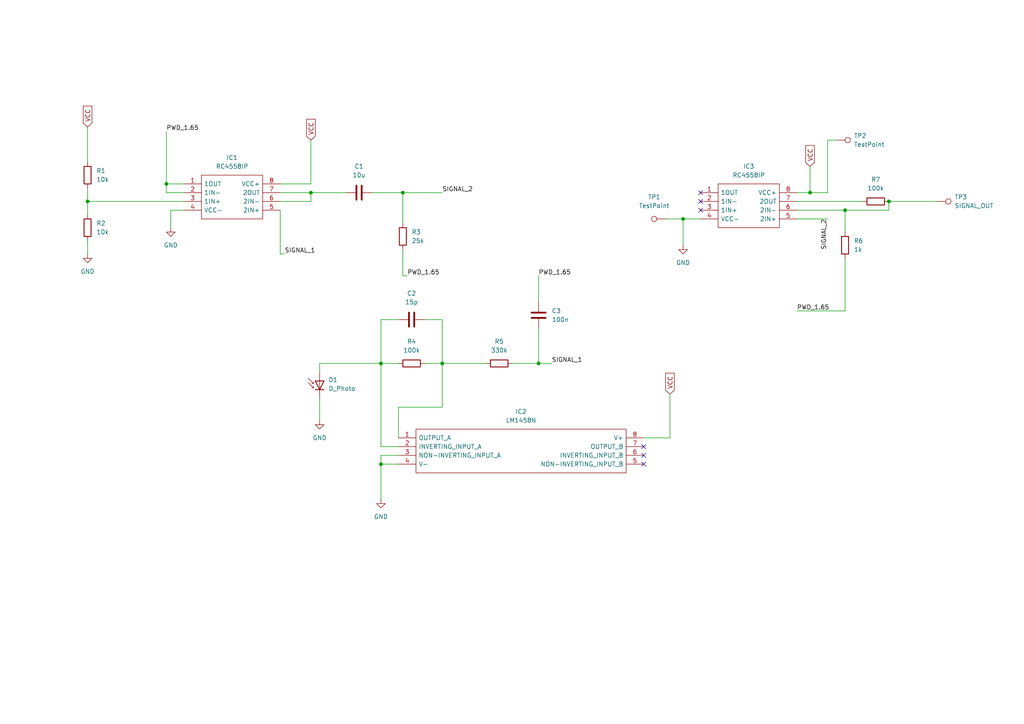
<source format=kicad_sch>
(kicad_sch (version 20211123) (generator eeschema)
  (paper "A4")
  (lib_symbols
    (symbol "Connector:TestPoint" (pin_numbers hide) (pin_names (offset 0.762) hide)
      (property "Reference" "TP" (at 0 6.858 0))
      (property "Value" "TestPoint" (at 0 5.08 0))
      (symbol "TestPoint_0_1"
        (circle (center 0 3.302) (radius 0.762))
      )
      (symbol "TestPoint_1_1"
        (pin passive line (at 0 0 90) (length 2.54) (name "1") (number "1"))
      )
    )
    (symbol "Device:C" (pin_numbers hide) (pin_names (offset 0.254))
      (property "Reference" "C" (at 0.635 2.54 0))
      (property "Value" "C" (at 0.635 -2.54 0))
      (symbol "C_0_1"
        (polyline (pts (xy -2.032 -0.762) (xy 2.032 -0.762)) (stroke (width 0.508)))
        (polyline (pts (xy -2.032 0.762) (xy 2.032 0.762)) (stroke (width 0.508)))
      )
      (symbol "C_1_1"
        (pin passive line (at 0 3.81 270) (length 2.794) (name "~") (number "1"))
        (pin passive line (at 0 -3.81 90) (length 2.794) (name "~") (number "2"))
      )
    )
    (symbol "Device:D_Photo" (pin_numbers hide) (pin_names hide)
      (property "Reference" "D" (at 0.508 1.778 0))
      (property "Value" "D_Photo" (at -1.016 -2.794 0))
      (symbol "D_Photo_0_1"
        (polyline (pts (xy -2.54 1.27) (xy -2.54 -1.27)) (stroke (width 0.254)))
        (polyline (pts (xy -2.032 1.778) (xy -1.524 1.778)))
        (polyline (pts (xy 0 0) (xy -2.54 0)))
        (polyline (pts (xy -0.508 3.302) (xy -2.032 1.778) (xy -2.032 2.286)))
        (polyline (pts (xy 0 -1.27) (xy 0 1.27) (xy -2.54 0) (xy 0 -1.27)) (stroke (width 0.254)))
        (polyline (pts (xy 0.762 3.302) (xy -0.762 1.778) (xy -0.762 2.286) (xy -0.762 1.778) (xy -0.254 1.778)))
      )
      (symbol "D_Photo_1_1"
        (pin passive line (at -5.08 0 0) (length 2.54) (name "K") (number "1"))
        (pin passive line (at 2.54 0 180) (length 2.54) (name "A") (number "2"))
      )
    )
    (symbol "Device:R" (pin_numbers hide) (pin_names (offset 0))
      (property "Reference" "R" (at 2.032 0 90))
      (property "Value" "R" (at 0 0 90))
      (symbol "R_0_1"
        (rectangle (start -1.016 -2.54) (end 1.016 2.54) (stroke (width 0.254)))
      )
      (symbol "R_1_1"
        (pin passive line (at 0 3.81 270) (length 1.27) (name "~") (number "1"))
        (pin passive line (at 0 -3.81 90) (length 1.27) (name "~") (number "2"))
      )
    )
    (symbol "LM1458N:LM1458N" (pin_names (offset 0.762))
      (property "Reference" "IC" (at 67.31 7.62 0))
      (property "Value" "LM1458N" (at 67.31 5.08 0))
      (symbol "LM1458N_0_0"
        (pin passive line (at 0 0 0) (length 5.08) (name "OUTPUT_A") (number "1"))
        (pin passive line (at 0 -2.54 0) (length 5.08) (name "INVERTING_INPUT_A") (number "2"))
        (pin passive line (at 0 -5.08 0) (length 5.08) (name "NON-INVERTING_INPUT_A") (number "3"))
        (pin passive line (at 0 -7.62 0) (length 5.08) (name "V-") (number "4"))
        (pin passive line (at 71.12 -7.62 180) (length 5.08) (name "NON-INVERTING_INPUT_B") (number "5"))
        (pin passive line (at 71.12 -5.08 180) (length 5.08) (name "INVERTING_INPUT_B") (number "6"))
        (pin passive line (at 71.12 -2.54 180) (length 5.08) (name "OUTPUT_B") (number "7"))
        (pin passive line (at 71.12 0 180) (length 5.08) (name "V+") (number "8"))
      )
      (symbol "LM1458N_0_1"
        (polyline (pts (xy 5.08 2.54) (xy 66.04 2.54) (xy 66.04 -10.16) (xy 5.08 -10.16) (xy 5.08 2.54)) (stroke (width 0.1524)))
      )
    )
    (symbol "RC4558IP:RC4558IP" (pin_names (offset 0.762))
      (property "Reference" "IC" (at 24.13 7.62 0))
      (property "Value" "RC4558IP" (at 24.13 5.08 0))
      (symbol "RC4558IP_0_0"
        (pin passive line (at 0 0 0) (length 5.08) (name "1OUT") (number "1"))
        (pin passive line (at 0 -2.54 0) (length 5.08) (name "1IN-") (number "2"))
        (pin passive line (at 0 -5.08 0) (length 5.08) (name "1IN+") (number "3"))
        (pin passive line (at 0 -7.62 0) (length 5.08) (name "VCC-") (number "4"))
        (pin passive line (at 27.94 -7.62 180) (length 5.08) (name "2IN+") (number "5"))
        (pin passive line (at 27.94 -5.08 180) (length 5.08) (name "2IN-") (number "6"))
        (pin passive line (at 27.94 -2.54 180) (length 5.08) (name "2OUT") (number "7"))
        (pin passive line (at 27.94 0 180) (length 5.08) (name "VCC+") (number "8"))
      )
      (symbol "RC4558IP_0_1"
        (polyline (pts (xy 5.08 2.54) (xy 22.86 2.54) (xy 22.86 -10.16) (xy 5.08 -10.16) (xy 5.08 2.54)) (stroke (width 0.1524)))
      )
    )
    (symbol "power:GND" (power) (pin_names (offset 0))
      (property "Value" "GND" (at 0 -3.81 0))
      (symbol "GND_0_1"
        (polyline (pts (xy 0 0) (xy 0 -1.27) (xy 1.27 -1.27) (xy 0 -2.54) (xy -1.27 -1.27) (xy 0 -1.27)))
      )
      (symbol "GND_1_1"
        (pin power_in line (at 0 0 270) (length 0) hide (name "GND") (number "1"))
      )
    )
  )
  (junction (at 116.84 55.88))
  (junction (at 110.49 105.41))
  (junction (at 234.95 55.88))
  (junction (at 245.11 60.96))
  (junction (at 198.12 63.5))
  (junction (at 128.27 105.41))
  (junction (at 156.21 105.41))
  (junction (at 48.26 53.34))
  (junction (at 25.4 58.42))
  (junction (at 90.17 55.88))
  (junction (at 257.81 58.42))
  (junction (at 110.49 134.62))
  (no_connect (at 186.69 129.54))
  (no_connect (at 186.69 134.62))
  (no_connect (at 186.69 132.08))
  (no_connect (at 203.2 55.88))
  (no_connect (at 203.2 58.42))
  (no_connect (at 203.2 60.96))
  (wire (pts (xy 231.14 55.88) (xy 234.95 55.88)))
  (wire (pts (xy 257.81 58.42) (xy 271.78 58.42)))
  (wire (pts (xy 245.11 60.96) (xy 245.11 67.31)))
  (wire (pts (xy 116.84 80.01) (xy 118.11 80.01)))
  (wire (pts (xy 90.17 55.88) (xy 100.33 55.88)))
  (wire (pts (xy 123.19 92.71) (xy 128.27 92.71)))
  (wire (pts (xy 25.4 36.83) (xy 25.4 46.99)))
  (wire (pts (xy 203.2 63.5) (xy 198.12 63.5)))
  (wire (pts (xy 49.53 60.96) (xy 53.34 60.96)))
  (wire (pts (xy 81.28 73.66) (xy 82.55 73.66)))
  (wire (pts (xy 115.57 105.41) (xy 110.49 105.41)))
  (wire (pts (xy 115.57 118.11) (xy 128.27 118.11)))
  (wire (pts (xy 107.95 55.88) (xy 116.84 55.88)))
  (wire (pts (xy 90.17 55.88) (xy 90.17 58.42)))
  (wire (pts (xy 240.03 40.64) (xy 240.03 55.88)))
  (wire (pts (xy 193.04 63.5) (xy 198.12 63.5)))
  (wire (pts (xy 231.14 63.5) (xy 240.03 63.5)))
  (wire (pts (xy 128.27 105.41) (xy 128.27 118.11)))
  (wire (pts (xy 110.49 134.62) (xy 115.57 134.62)))
  (wire (pts (xy 110.49 134.62) (xy 110.49 144.78)))
  (wire (pts (xy 245.11 60.96) (xy 257.81 60.96)))
  (wire (pts (xy 25.4 69.85) (xy 25.4 73.66)))
  (wire (pts (xy 128.27 105.41) (xy 128.27 92.71)))
  (wire (pts (xy 234.95 55.88) (xy 234.95 48.26)))
  (wire (pts (xy 92.71 105.41) (xy 110.49 105.41)))
  (wire (pts (xy 156.21 105.41) (xy 160.02 105.41)))
  (wire (pts (xy 49.53 60.96) (xy 49.53 66.04)))
  (wire (pts (xy 115.57 132.08) (xy 110.49 132.08)))
  (wire (pts (xy 245.11 90.17) (xy 245.11 74.93)))
  (wire (pts (xy 92.71 107.95) (xy 92.71 105.41)))
  (wire (pts (xy 110.49 105.41) (xy 110.49 92.71)))
  (wire (pts (xy 231.14 58.42) (xy 250.19 58.42)))
  (wire (pts (xy 48.26 53.34) (xy 48.26 55.88)))
  (wire (pts (xy 186.69 127) (xy 194.31 127)))
  (wire (pts (xy 92.71 115.57) (xy 92.71 121.92)))
  (wire (pts (xy 115.57 127) (xy 115.57 118.11)))
  (wire (pts (xy 81.28 53.34) (xy 90.17 53.34)))
  (wire (pts (xy 53.34 55.88) (xy 48.26 55.88)))
  (wire (pts (xy 81.28 55.88) (xy 90.17 55.88)))
  (wire (pts (xy 110.49 105.41) (xy 110.49 129.54)))
  (wire (pts (xy 25.4 54.61) (xy 25.4 58.42)))
  (wire (pts (xy 156.21 95.25) (xy 156.21 105.41)))
  (wire (pts (xy 116.84 72.39) (xy 116.84 80.01)))
  (wire (pts (xy 128.27 105.41) (xy 140.97 105.41)))
  (wire (pts (xy 116.84 55.88) (xy 116.84 64.77)))
  (wire (pts (xy 194.31 127) (xy 194.31 114.3)))
  (wire (pts (xy 90.17 53.34) (xy 90.17 40.64)))
  (wire (pts (xy 148.59 105.41) (xy 156.21 105.41)))
  (wire (pts (xy 234.95 55.88) (xy 240.03 55.88)))
  (wire (pts (xy 90.17 58.42) (xy 81.28 58.42)))
  (wire (pts (xy 123.19 105.41) (xy 128.27 105.41)))
  (wire (pts (xy 25.4 58.42) (xy 25.4 62.23)))
  (wire (pts (xy 116.84 55.88) (xy 128.27 55.88)))
  (wire (pts (xy 156.21 80.01) (xy 156.21 87.63)))
  (wire (pts (xy 25.4 58.42) (xy 53.34 58.42)))
  (wire (pts (xy 81.28 60.96) (xy 81.28 73.66)))
  (wire (pts (xy 48.26 53.34) (xy 53.34 53.34)))
  (wire (pts (xy 110.49 92.71) (xy 115.57 92.71)))
  (wire (pts (xy 110.49 132.08) (xy 110.49 134.62)))
  (wire (pts (xy 198.12 63.5) (xy 198.12 71.12)))
  (wire (pts (xy 242.57 40.64) (xy 240.03 40.64)))
  (wire (pts (xy 231.14 90.17) (xy 245.11 90.17)))
  (wire (pts (xy 110.49 129.54) (xy 115.57 129.54)))
  (wire (pts (xy 48.26 38.1) (xy 48.26 53.34)))
  (wire (pts (xy 231.14 60.96) (xy 245.11 60.96)))
  (wire (pts (xy 257.81 60.96) (xy 257.81 58.42)))
  (label "PWD_1.65" (at 231.14 90.17 0))
  (label "PWD_1.65" (at 118.11 80.01 0))
  (label "SIGNAL_2" (at 240.03 63.5 270))
  (label "SIGNAL_1" (at 160.02 105.41 0))
  (label "SIGNAL_2" (at 128.27 55.88 0))
  (label "PWD_1.65" (at 156.21 80.01 0))
  (label "PWD_1.65" (at 48.26 38.1 0))
  (label "SIGNAL_1" (at 82.55 73.66 0))
  (global_label "VCC" (shape input) (at 25.4 36.83 90) (property "Referencias entre hojas" "${INTERSHEET_REFS}" (effects hide)))
  (global_label "VCC" (shape input) (at 90.17 40.64 90) (property "Referencias entre hojas" "${INTERSHEET_REFS}" (effects hide)))
  (global_label "VCC" (shape input) (at 194.31 114.3 90) (property "Referencias entre hojas" "${INTERSHEET_REFS}" (effects hide)))
  (global_label "VCC" (shape input) (at 234.95 48.26 90) (property "Referencias entre hojas" "${INTERSHEET_REFS}" (effects hide)))
  (symbol (lib_id "Connector:TestPoint") (at 242.57 40.64 270) (unit 1)
    (property "Reference" "TP2" (at 247.65 39.3699 90) (effects (justify left)))
    (property "Value" "TestPoint" (at 247.65 41.9099 90) (effects (justify left)))
    (property "Footprint" "TestPoint:TestPoint_Keystone_5015_Micro-Minature" (effects hide))
  )
  (symbol (lib_id "Device:R") (at 245.11 71.12 0) (unit 1)
    (property "Reference" "R6" (at 247.65 69.8499 0) (effects (justify left)))
    (property "Value" "1k" (at 247.65 72.3899 0) (effects (justify left)))
    (property "Footprint" "Resistor_THT:R_Axial_DIN0204_L3.6mm_D1.6mm_P7.62mm_Horizontal" (effects hide))
  )
  (symbol (lib_id "power:GND") (at 25.4 73.66 0) (unit 1)
    (property "Reference" "#PWR01" (effects hide))
    (property "Value" "GND" (at 25.4 78.74 0))
  )
  (symbol (lib_id "Connector:TestPoint") (at 271.78 58.42 270) (unit 1)
    (property "Reference" "TP3" (at 276.86 57.1499 90) (effects (justify left)))
    (property "Value" "SIGNAL_OUT" (at 276.86 59.6899 90) (effects (justify left)))
    (property "Footprint" "TestPoint:TestPoint_Keystone_5015_Micro-Minature" (effects hide))
  )
  (symbol (lib_id "power:GND") (at 110.49 144.78 0) (unit 1)
    (property "Reference" "#PWR04" (effects hide))
    (property "Value" "GND" (at 110.49 149.86 0))
  )
  (symbol (lib_id "Device:C") (at 104.14 55.88 90) (unit 1)
    (property "Reference" "C1" (at 104.14 48.26 90))
    (property "Value" "10u" (at 104.14 50.8 90))
    (property "Footprint" "Capacitor_THT:CP_Radial_Tantal_D7.0mm_P5.00mm" (effects hide))
  )
  (symbol (lib_id "Device:R") (at 25.4 50.8 0) (unit 1)
    (property "Reference" "R1" (at 27.94 49.5299 0) (effects (justify left)))
    (property "Value" "10k" (at 27.94 52.0699 0) (effects (justify left)))
    (property "Footprint" "Resistor_THT:R_Axial_DIN0204_L3.6mm_D1.6mm_P7.62mm_Horizontal" (effects hide))
  )
  (symbol (lib_id "Device:R") (at 116.84 68.58 0) (unit 1)
    (property "Reference" "R3" (at 119.38 67.3099 0) (effects (justify left)))
    (property "Value" "25k" (at 119.38 69.8499 0) (effects (justify left)))
    (property "Footprint" "Resistor_THT:R_Axial_DIN0204_L3.6mm_D1.6mm_P7.62mm_Horizontal" (effects hide))
  )
  (symbol (lib_id "power:GND") (at 198.12 71.12 0) (unit 1)
    (property "Reference" "#PWR05" (effects hide))
    (property "Value" "GND" (at 198.12 76.2 0))
  )
  (symbol (lib_id "Device:C") (at 119.38 92.71 90) (unit 1)
    (property "Reference" "C2" (at 119.38 85.09 90))
    (property "Value" "15p" (at 119.38 87.63 90))
    (property "Footprint" "Capacitor_THT:CP_Radial_D8.0mm_P3.80mm" (effects hide))
  )
  (symbol (lib_id "Device:C") (at 156.21 91.44 180) (unit 1)
    (property "Reference" "C3" (at 160.02 90.1699 0) (effects (justify right)))
    (property "Value" "100n" (at 160.02 92.7099 0) (effects (justify right)))
    (property "Footprint" "Capacitor_THT:CP_Radial_Tantal_D7.0mm_P5.00mm" (effects hide))
  )
  (symbol (lib_id "Device:R") (at 144.78 105.41 270) (unit 1)
    (property "Reference" "R5" (at 144.78 99.06 90))
    (property "Value" "330k" (at 144.78 101.6 90))
    (property "Footprint" "Resistor_THT:R_Axial_DIN0204_L3.6mm_D1.6mm_P7.62mm_Horizontal" (effects hide))
  )
  (symbol (lib_id "RC4558IP:RC4558IP") (at 53.34 53.34 0) (unit 1)
    (property "Reference" "IC1" (at 67.31 45.72 0))
    (property "Value" "RC4558IP" (at 67.31 48.26 0))
    (property "Footprint" "Custom:DIP794W53P254L959H508Q8N" (effects hide))
    (property "Datasheet" "http://www.ti.com/lit/gpn/rc4558" (effects hide))
    (property "Description" "Texas Instruments RC4558IP, Dual Op Amp, 3MHz, 8-Pin PDIP" (effects hide))
    (property "Height" "5.08" (effects hide))
    (property "Manufacturer_Name" "Texas Instruments" (effects hide))
    (property "Manufacturer_Part_Number" "RC4558IP" (effects hide))
    (property "Mouser Part Number" "595-RC4558IP" (effects hide))
    (property "Mouser Price/Stock" "https://www.mouser.co.uk/ProductDetail/Texas-Instruments/RC4558IP?qs=sSOk4GDDv7zXw9S8NJTfqw%3D%3D" (effects hide))
    (property "Arrow Part Number" "RC4558IP" (effects hide))
    (property "Arrow Price/Stock" "https://www.arrow.com/en/products/rc4558ip/texas-instruments" (effects hide))
  )
  (symbol (lib_id "power:GND") (at 92.71 121.92 0) (unit 1)
    (property "Reference" "#PWR03" (effects hide))
    (property "Value" "GND" (at 92.71 127 0))
  )
  (symbol (lib_id "Connector:TestPoint") (at 193.04 63.5 90) (unit 1)
    (property "Reference" "TP1" (at 189.738 57.15 90))
    (property "Value" "TestPoint" (at 189.738 59.69 90))
    (property "Footprint" "TestPoint:TestPoint_Keystone_5015_Micro-Minature" (effects hide))
  )
  (symbol (lib_id "Device:R") (at 119.38 105.41 270) (unit 1)
    (property "Reference" "R4" (at 119.38 99.06 90))
    (property "Value" "100k" (at 119.38 101.6 90))
    (property "Footprint" "Resistor_THT:R_Axial_DIN0204_L3.6mm_D1.6mm_P7.62mm_Horizontal" (effects hide))
  )
  (symbol (lib_id "Device:R") (at 25.4 66.04 0) (unit 1)
    (property "Reference" "R2" (at 27.94 64.7699 0) (effects (justify left)))
    (property "Value" "10k" (at 27.94 67.3099 0) (effects (justify left)))
    (property "Footprint" "Resistor_THT:R_Axial_DIN0204_L3.6mm_D1.6mm_P7.62mm_Horizontal" (effects hide))
  )
  (symbol (lib_id "LM1458N:LM1458N") (at 115.57 127 0) (unit 1)
    (property "Reference" "IC2" (at 151.13 119.38 0))
    (property "Value" "LM1458N" (at 151.13 121.92 0))
    (property "Footprint" "Custom:MC1458N" (effects hide))
    (property "Datasheet" "http://www.ti.com/general/docs/suppproductinfo.tsp?distId=10&gotoUrl=http%3A%2F%2Fwww.ti.com%2Flit%2Fgpn%2Flm1458" (effects hide))
    (property "Description" "OP AMP" (effects hide))
    (property "Height" "5.08" (effects hide))
    (property "Manufacturer_Name" "Texas Instruments" (effects hide))
    (property "Manufacturer_Part_Number" "LM1458N" (effects hide))
    (property "Mouser Part Number" "926-LM1458N" (effects hide))
    (property "Mouser Price/Stock" "https://www.mouser.co.uk/ProductDetail/Texas-Instruments/LM1458N?qs=X1J7HmVL2ZFsK75Cxm3iBQ%3D%3D" (effects hide))
  )
  (symbol (lib_id "Device:R") (at 254 58.42 90) (unit 1)
    (property "Reference" "R7" (at 254 52.07 90))
    (property "Value" "100k" (at 254 54.61 90))
    (property "Footprint" "Resistor_THT:R_Axial_DIN0204_L3.6mm_D1.6mm_P7.62mm_Horizontal" (effects hide))
  )
  (symbol (lib_id "Device:D_Photo") (at 92.71 110.49 90) (unit 1)
    (property "Reference" "D1" (at 95.25 110.1724 90) (effects (justify right)))
    (property "Value" "D_Photo" (at 95.25 112.7124 90) (effects (justify right)))
    (property "Footprint" "LED_SMD:LED_2010_5025Metric" (effects hide))
  )
  (symbol (lib_id "power:GND") (at 49.53 66.04 0) (unit 1)
    (property "Reference" "#PWR02" (effects hide))
    (property "Value" "GND" (at 49.53 71.12 0))
  )
  (symbol (lib_id "RC4558IP:RC4558IP") (at 203.2 55.88 0) (unit 1)
    (property "Reference" "IC3" (at 217.17 48.26 0))
    (property "Value" "RC4558IP" (at 217.17 50.8 0))
    (property "Footprint" "Custom:DIP794W53P254L959H508Q8N" (effects hide))
    (property "Datasheet" "http://www.ti.com/lit/gpn/rc4558" (effects hide))
    (property "Description" "Texas Instruments RC4558IP, Dual Op Amp, 3MHz, 8-Pin PDIP" (effects hide))
    (property "Height" "5.08" (effects hide))
    (property "Manufacturer_Name" "Texas Instruments" (effects hide))
    (property "Manufacturer_Part_Number" "RC4558IP" (effects hide))
    (property "Mouser Part Number" "595-RC4558IP" (effects hide))
    (property "Mouser Price/Stock" "https://www.mouser.co.uk/ProductDetail/Texas-Instruments/RC4558IP?qs=sSOk4GDDv7zXw9S8NJTfqw%3D%3D" (effects hide))
    (property "Arrow Part Number" "RC4558IP" (effects hide))
    (property "Arrow Price/Stock" "https://www.arrow.com/en/products/rc4558ip/texas-instruments" (effects hide))
  )
)
</source>
